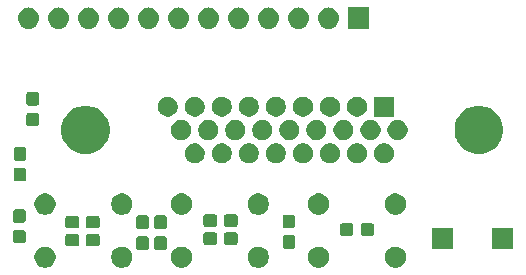
<source format=gbs>
G04 #@! TF.GenerationSoftware,KiCad,Pcbnew,(5.1.0-0)*
G04 #@! TF.CreationDate,2019-04-21T16:41:31+03:00*
G04 #@! TF.ProjectId,ovms-swcan-dongle,6f766d73-2d73-4776-9361-6e2d646f6e67,rev?*
G04 #@! TF.SameCoordinates,Original*
G04 #@! TF.FileFunction,Soldermask,Bot*
G04 #@! TF.FilePolarity,Negative*
%FSLAX46Y46*%
G04 Gerber Fmt 4.6, Leading zero omitted, Abs format (unit mm)*
G04 Created by KiCad (PCBNEW (5.1.0-0)) date 2019-04-21 16:41:31*
%MOMM*%
%LPD*%
G04 APERTURE LIST*
%ADD10C,0.100000*%
G04 APERTURE END LIST*
D10*
G36*
X46669312Y-34210927D02*
G01*
X46818612Y-34240624D01*
X46982584Y-34308544D01*
X47130154Y-34407147D01*
X47255653Y-34532646D01*
X47354256Y-34680216D01*
X47422176Y-34844188D01*
X47456800Y-35018259D01*
X47456800Y-35195741D01*
X47422176Y-35369812D01*
X47354256Y-35533784D01*
X47255653Y-35681354D01*
X47130154Y-35806853D01*
X46982584Y-35905456D01*
X46818612Y-35973376D01*
X46669312Y-36003073D01*
X46644542Y-36008000D01*
X46467058Y-36008000D01*
X46442288Y-36003073D01*
X46292988Y-35973376D01*
X46129016Y-35905456D01*
X45981446Y-35806853D01*
X45855947Y-35681354D01*
X45757344Y-35533784D01*
X45689424Y-35369812D01*
X45654800Y-35195741D01*
X45654800Y-35018259D01*
X45689424Y-34844188D01*
X45757344Y-34680216D01*
X45855947Y-34532646D01*
X45981446Y-34407147D01*
X46129016Y-34308544D01*
X46292988Y-34240624D01*
X46442288Y-34210927D01*
X46467058Y-34206000D01*
X46644542Y-34206000D01*
X46669312Y-34210927D01*
X46669312Y-34210927D01*
G37*
G36*
X40169312Y-34210927D02*
G01*
X40318612Y-34240624D01*
X40482584Y-34308544D01*
X40630154Y-34407147D01*
X40755653Y-34532646D01*
X40854256Y-34680216D01*
X40922176Y-34844188D01*
X40956800Y-35018259D01*
X40956800Y-35195741D01*
X40922176Y-35369812D01*
X40854256Y-35533784D01*
X40755653Y-35681354D01*
X40630154Y-35806853D01*
X40482584Y-35905456D01*
X40318612Y-35973376D01*
X40169312Y-36003073D01*
X40144542Y-36008000D01*
X39967058Y-36008000D01*
X39942288Y-36003073D01*
X39792988Y-35973376D01*
X39629016Y-35905456D01*
X39481446Y-35806853D01*
X39355947Y-35681354D01*
X39257344Y-35533784D01*
X39189424Y-35369812D01*
X39154800Y-35195741D01*
X39154800Y-35018259D01*
X39189424Y-34844188D01*
X39257344Y-34680216D01*
X39355947Y-34532646D01*
X39481446Y-34407147D01*
X39629016Y-34308544D01*
X39792988Y-34240624D01*
X39942288Y-34210927D01*
X39967058Y-34206000D01*
X40144542Y-34206000D01*
X40169312Y-34210927D01*
X40169312Y-34210927D01*
G37*
G36*
X35061512Y-34210927D02*
G01*
X35210812Y-34240624D01*
X35374784Y-34308544D01*
X35522354Y-34407147D01*
X35647853Y-34532646D01*
X35746456Y-34680216D01*
X35814376Y-34844188D01*
X35849000Y-35018259D01*
X35849000Y-35195741D01*
X35814376Y-35369812D01*
X35746456Y-35533784D01*
X35647853Y-35681354D01*
X35522354Y-35806853D01*
X35374784Y-35905456D01*
X35210812Y-35973376D01*
X35061512Y-36003073D01*
X35036742Y-36008000D01*
X34859258Y-36008000D01*
X34834488Y-36003073D01*
X34685188Y-35973376D01*
X34521216Y-35905456D01*
X34373646Y-35806853D01*
X34248147Y-35681354D01*
X34149544Y-35533784D01*
X34081624Y-35369812D01*
X34047000Y-35195741D01*
X34047000Y-35018259D01*
X34081624Y-34844188D01*
X34149544Y-34680216D01*
X34248147Y-34532646D01*
X34373646Y-34407147D01*
X34521216Y-34308544D01*
X34685188Y-34240624D01*
X34834488Y-34210927D01*
X34859258Y-34206000D01*
X35036742Y-34206000D01*
X35061512Y-34210927D01*
X35061512Y-34210927D01*
G37*
G36*
X28561512Y-34210927D02*
G01*
X28710812Y-34240624D01*
X28874784Y-34308544D01*
X29022354Y-34407147D01*
X29147853Y-34532646D01*
X29246456Y-34680216D01*
X29314376Y-34844188D01*
X29349000Y-35018259D01*
X29349000Y-35195741D01*
X29314376Y-35369812D01*
X29246456Y-35533784D01*
X29147853Y-35681354D01*
X29022354Y-35806853D01*
X28874784Y-35905456D01*
X28710812Y-35973376D01*
X28561512Y-36003073D01*
X28536742Y-36008000D01*
X28359258Y-36008000D01*
X28334488Y-36003073D01*
X28185188Y-35973376D01*
X28021216Y-35905456D01*
X27873646Y-35806853D01*
X27748147Y-35681354D01*
X27649544Y-35533784D01*
X27581624Y-35369812D01*
X27547000Y-35195741D01*
X27547000Y-35018259D01*
X27581624Y-34844188D01*
X27649544Y-34680216D01*
X27748147Y-34532646D01*
X27873646Y-34407147D01*
X28021216Y-34308544D01*
X28185188Y-34240624D01*
X28334488Y-34210927D01*
X28359258Y-34206000D01*
X28536742Y-34206000D01*
X28561512Y-34210927D01*
X28561512Y-34210927D01*
G37*
G36*
X23504512Y-34210927D02*
G01*
X23653812Y-34240624D01*
X23817784Y-34308544D01*
X23965354Y-34407147D01*
X24090853Y-34532646D01*
X24189456Y-34680216D01*
X24257376Y-34844188D01*
X24292000Y-35018259D01*
X24292000Y-35195741D01*
X24257376Y-35369812D01*
X24189456Y-35533784D01*
X24090853Y-35681354D01*
X23965354Y-35806853D01*
X23817784Y-35905456D01*
X23653812Y-35973376D01*
X23504512Y-36003073D01*
X23479742Y-36008000D01*
X23302258Y-36008000D01*
X23277488Y-36003073D01*
X23128188Y-35973376D01*
X22964216Y-35905456D01*
X22816646Y-35806853D01*
X22691147Y-35681354D01*
X22592544Y-35533784D01*
X22524624Y-35369812D01*
X22490000Y-35195741D01*
X22490000Y-35018259D01*
X22524624Y-34844188D01*
X22592544Y-34680216D01*
X22691147Y-34532646D01*
X22816646Y-34407147D01*
X22964216Y-34308544D01*
X23128188Y-34240624D01*
X23277488Y-34210927D01*
X23302258Y-34206000D01*
X23479742Y-34206000D01*
X23504512Y-34210927D01*
X23504512Y-34210927D01*
G37*
G36*
X17004512Y-34210927D02*
G01*
X17153812Y-34240624D01*
X17317784Y-34308544D01*
X17465354Y-34407147D01*
X17590853Y-34532646D01*
X17689456Y-34680216D01*
X17757376Y-34844188D01*
X17792000Y-35018259D01*
X17792000Y-35195741D01*
X17757376Y-35369812D01*
X17689456Y-35533784D01*
X17590853Y-35681354D01*
X17465354Y-35806853D01*
X17317784Y-35905456D01*
X17153812Y-35973376D01*
X17004512Y-36003073D01*
X16979742Y-36008000D01*
X16802258Y-36008000D01*
X16777488Y-36003073D01*
X16628188Y-35973376D01*
X16464216Y-35905456D01*
X16316646Y-35806853D01*
X16191147Y-35681354D01*
X16092544Y-35533784D01*
X16024624Y-35369812D01*
X15990000Y-35195741D01*
X15990000Y-35018259D01*
X16024624Y-34844188D01*
X16092544Y-34680216D01*
X16191147Y-34532646D01*
X16316646Y-34407147D01*
X16464216Y-34308544D01*
X16628188Y-34240624D01*
X16777488Y-34210927D01*
X16802258Y-34206000D01*
X16979742Y-34206000D01*
X17004512Y-34210927D01*
X17004512Y-34210927D01*
G37*
G36*
X25510499Y-33323445D02*
G01*
X25547995Y-33334820D01*
X25582554Y-33353292D01*
X25612847Y-33378153D01*
X25637708Y-33408446D01*
X25656180Y-33443005D01*
X25667555Y-33480501D01*
X25672000Y-33525638D01*
X25672000Y-34264362D01*
X25667555Y-34309499D01*
X25656180Y-34346995D01*
X25637708Y-34381554D01*
X25612847Y-34411847D01*
X25582554Y-34436708D01*
X25547995Y-34455180D01*
X25510499Y-34466555D01*
X25465362Y-34471000D01*
X24826638Y-34471000D01*
X24781501Y-34466555D01*
X24744005Y-34455180D01*
X24709446Y-34436708D01*
X24679153Y-34411847D01*
X24654292Y-34381554D01*
X24635820Y-34346995D01*
X24624445Y-34309499D01*
X24620000Y-34264362D01*
X24620000Y-33525638D01*
X24624445Y-33480501D01*
X24635820Y-33443005D01*
X24654292Y-33408446D01*
X24679153Y-33378153D01*
X24709446Y-33353292D01*
X24744005Y-33334820D01*
X24781501Y-33323445D01*
X24826638Y-33319000D01*
X25465362Y-33319000D01*
X25510499Y-33323445D01*
X25510499Y-33323445D01*
G37*
G36*
X27034499Y-33323445D02*
G01*
X27071995Y-33334820D01*
X27106554Y-33353292D01*
X27136847Y-33378153D01*
X27161708Y-33408446D01*
X27180180Y-33443005D01*
X27191555Y-33480501D01*
X27196000Y-33525638D01*
X27196000Y-34264362D01*
X27191555Y-34309499D01*
X27180180Y-34346995D01*
X27161708Y-34381554D01*
X27136847Y-34411847D01*
X27106554Y-34436708D01*
X27071995Y-34455180D01*
X27034499Y-34466555D01*
X26989362Y-34471000D01*
X26350638Y-34471000D01*
X26305501Y-34466555D01*
X26268005Y-34455180D01*
X26233446Y-34436708D01*
X26203153Y-34411847D01*
X26178292Y-34381554D01*
X26159820Y-34346995D01*
X26148445Y-34309499D01*
X26144000Y-34264362D01*
X26144000Y-33525638D01*
X26148445Y-33480501D01*
X26159820Y-33443005D01*
X26178292Y-33408446D01*
X26203153Y-33378153D01*
X26233446Y-33353292D01*
X26268005Y-33334820D01*
X26305501Y-33323445D01*
X26350638Y-33319000D01*
X26989362Y-33319000D01*
X27034499Y-33323445D01*
X27034499Y-33323445D01*
G37*
G36*
X56527000Y-34429000D02*
G01*
X54725000Y-34429000D01*
X54725000Y-32627000D01*
X56527000Y-32627000D01*
X56527000Y-34429000D01*
X56527000Y-34429000D01*
G37*
G36*
X51447000Y-34429000D02*
G01*
X49645000Y-34429000D01*
X49645000Y-32627000D01*
X51447000Y-32627000D01*
X51447000Y-34429000D01*
X51447000Y-34429000D01*
G37*
G36*
X37905699Y-33247245D02*
G01*
X37943195Y-33258620D01*
X37977754Y-33277092D01*
X38008047Y-33301953D01*
X38032908Y-33332246D01*
X38051380Y-33366805D01*
X38062755Y-33404301D01*
X38067200Y-33449438D01*
X38067200Y-34188162D01*
X38062755Y-34233299D01*
X38051380Y-34270795D01*
X38032908Y-34305354D01*
X38008047Y-34335647D01*
X37977754Y-34360508D01*
X37943195Y-34378980D01*
X37905699Y-34390355D01*
X37860562Y-34394800D01*
X37221838Y-34394800D01*
X37176701Y-34390355D01*
X37139205Y-34378980D01*
X37104646Y-34360508D01*
X37074353Y-34335647D01*
X37049492Y-34305354D01*
X37031020Y-34270795D01*
X37019645Y-34233299D01*
X37015200Y-34188162D01*
X37015200Y-33449438D01*
X37019645Y-33404301D01*
X37031020Y-33366805D01*
X37049492Y-33332246D01*
X37074353Y-33301953D01*
X37104646Y-33277092D01*
X37139205Y-33258620D01*
X37176701Y-33247245D01*
X37221838Y-33242800D01*
X37860562Y-33242800D01*
X37905699Y-33247245D01*
X37905699Y-33247245D01*
G37*
G36*
X19605499Y-33133445D02*
G01*
X19642995Y-33144820D01*
X19677554Y-33163292D01*
X19707847Y-33188153D01*
X19732708Y-33218446D01*
X19751180Y-33253005D01*
X19762555Y-33290501D01*
X19767000Y-33335638D01*
X19767000Y-33974362D01*
X19762555Y-34019499D01*
X19751180Y-34056995D01*
X19732708Y-34091554D01*
X19707847Y-34121847D01*
X19677554Y-34146708D01*
X19642995Y-34165180D01*
X19605499Y-34176555D01*
X19560362Y-34181000D01*
X18821638Y-34181000D01*
X18776501Y-34176555D01*
X18739005Y-34165180D01*
X18704446Y-34146708D01*
X18674153Y-34121847D01*
X18649292Y-34091554D01*
X18630820Y-34056995D01*
X18619445Y-34019499D01*
X18615000Y-33974362D01*
X18615000Y-33335638D01*
X18619445Y-33290501D01*
X18630820Y-33253005D01*
X18649292Y-33218446D01*
X18674153Y-33188153D01*
X18704446Y-33163292D01*
X18739005Y-33144820D01*
X18776501Y-33133445D01*
X18821638Y-33129000D01*
X19560362Y-33129000D01*
X19605499Y-33133445D01*
X19605499Y-33133445D01*
G37*
G36*
X21355499Y-33133445D02*
G01*
X21392995Y-33144820D01*
X21427554Y-33163292D01*
X21457847Y-33188153D01*
X21482708Y-33218446D01*
X21501180Y-33253005D01*
X21512555Y-33290501D01*
X21517000Y-33335638D01*
X21517000Y-33974362D01*
X21512555Y-34019499D01*
X21501180Y-34056995D01*
X21482708Y-34091554D01*
X21457847Y-34121847D01*
X21427554Y-34146708D01*
X21392995Y-34165180D01*
X21355499Y-34176555D01*
X21310362Y-34181000D01*
X20571638Y-34181000D01*
X20526501Y-34176555D01*
X20489005Y-34165180D01*
X20454446Y-34146708D01*
X20424153Y-34121847D01*
X20399292Y-34091554D01*
X20380820Y-34056995D01*
X20369445Y-34019499D01*
X20365000Y-33974362D01*
X20365000Y-33335638D01*
X20369445Y-33290501D01*
X20380820Y-33253005D01*
X20399292Y-33218446D01*
X20424153Y-33188153D01*
X20454446Y-33163292D01*
X20489005Y-33144820D01*
X20526501Y-33133445D01*
X20571638Y-33129000D01*
X21310362Y-33129000D01*
X21355499Y-33133445D01*
X21355499Y-33133445D01*
G37*
G36*
X33039499Y-33006445D02*
G01*
X33076995Y-33017820D01*
X33111554Y-33036292D01*
X33141847Y-33061153D01*
X33166708Y-33091446D01*
X33185180Y-33126005D01*
X33196555Y-33163501D01*
X33201000Y-33208638D01*
X33201000Y-33847362D01*
X33196555Y-33892499D01*
X33185180Y-33929995D01*
X33166708Y-33964554D01*
X33141847Y-33994847D01*
X33111554Y-34019708D01*
X33076995Y-34038180D01*
X33039499Y-34049555D01*
X32994362Y-34054000D01*
X32255638Y-34054000D01*
X32210501Y-34049555D01*
X32173005Y-34038180D01*
X32138446Y-34019708D01*
X32108153Y-33994847D01*
X32083292Y-33964554D01*
X32064820Y-33929995D01*
X32053445Y-33892499D01*
X32049000Y-33847362D01*
X32049000Y-33208638D01*
X32053445Y-33163501D01*
X32064820Y-33126005D01*
X32083292Y-33091446D01*
X32108153Y-33061153D01*
X32138446Y-33036292D01*
X32173005Y-33017820D01*
X32210501Y-33006445D01*
X32255638Y-33002000D01*
X32994362Y-33002000D01*
X33039499Y-33006445D01*
X33039499Y-33006445D01*
G37*
G36*
X31289499Y-33006445D02*
G01*
X31326995Y-33017820D01*
X31361554Y-33036292D01*
X31391847Y-33061153D01*
X31416708Y-33091446D01*
X31435180Y-33126005D01*
X31446555Y-33163501D01*
X31451000Y-33208638D01*
X31451000Y-33847362D01*
X31446555Y-33892499D01*
X31435180Y-33929995D01*
X31416708Y-33964554D01*
X31391847Y-33994847D01*
X31361554Y-34019708D01*
X31326995Y-34038180D01*
X31289499Y-34049555D01*
X31244362Y-34054000D01*
X30505638Y-34054000D01*
X30460501Y-34049555D01*
X30423005Y-34038180D01*
X30388446Y-34019708D01*
X30358153Y-33994847D01*
X30333292Y-33964554D01*
X30314820Y-33929995D01*
X30303445Y-33892499D01*
X30299000Y-33847362D01*
X30299000Y-33208638D01*
X30303445Y-33163501D01*
X30314820Y-33126005D01*
X30333292Y-33091446D01*
X30358153Y-33061153D01*
X30388446Y-33036292D01*
X30423005Y-33017820D01*
X30460501Y-33006445D01*
X30505638Y-33002000D01*
X31244362Y-33002000D01*
X31289499Y-33006445D01*
X31289499Y-33006445D01*
G37*
G36*
X15083799Y-32790045D02*
G01*
X15121295Y-32801420D01*
X15155854Y-32819892D01*
X15186147Y-32844753D01*
X15211008Y-32875046D01*
X15229480Y-32909605D01*
X15240855Y-32947101D01*
X15245300Y-32992238D01*
X15245300Y-33730962D01*
X15240855Y-33776099D01*
X15229480Y-33813595D01*
X15211008Y-33848154D01*
X15186147Y-33878447D01*
X15155854Y-33903308D01*
X15121295Y-33921780D01*
X15083799Y-33933155D01*
X15038662Y-33937600D01*
X14399938Y-33937600D01*
X14354801Y-33933155D01*
X14317305Y-33921780D01*
X14282746Y-33903308D01*
X14252453Y-33878447D01*
X14227592Y-33848154D01*
X14209120Y-33813595D01*
X14197745Y-33776099D01*
X14193300Y-33730962D01*
X14193300Y-32992238D01*
X14197745Y-32947101D01*
X14209120Y-32909605D01*
X14227592Y-32875046D01*
X14252453Y-32844753D01*
X14282746Y-32819892D01*
X14317305Y-32801420D01*
X14354801Y-32790045D01*
X14399938Y-32785600D01*
X15038662Y-32785600D01*
X15083799Y-32790045D01*
X15083799Y-32790045D01*
G37*
G36*
X42846499Y-32244445D02*
G01*
X42883995Y-32255820D01*
X42918554Y-32274292D01*
X42948847Y-32299153D01*
X42973708Y-32329446D01*
X42992180Y-32364005D01*
X43003555Y-32401501D01*
X43008000Y-32446638D01*
X43008000Y-33085362D01*
X43003555Y-33130499D01*
X42992180Y-33167995D01*
X42973708Y-33202554D01*
X42948847Y-33232847D01*
X42918554Y-33257708D01*
X42883995Y-33276180D01*
X42846499Y-33287555D01*
X42801362Y-33292000D01*
X42062638Y-33292000D01*
X42017501Y-33287555D01*
X41980005Y-33276180D01*
X41945446Y-33257708D01*
X41915153Y-33232847D01*
X41890292Y-33202554D01*
X41871820Y-33167995D01*
X41860445Y-33130499D01*
X41856000Y-33085362D01*
X41856000Y-32446638D01*
X41860445Y-32401501D01*
X41871820Y-32364005D01*
X41890292Y-32329446D01*
X41915153Y-32299153D01*
X41945446Y-32274292D01*
X41980005Y-32255820D01*
X42017501Y-32244445D01*
X42062638Y-32240000D01*
X42801362Y-32240000D01*
X42846499Y-32244445D01*
X42846499Y-32244445D01*
G37*
G36*
X44596499Y-32244445D02*
G01*
X44633995Y-32255820D01*
X44668554Y-32274292D01*
X44698847Y-32299153D01*
X44723708Y-32329446D01*
X44742180Y-32364005D01*
X44753555Y-32401501D01*
X44758000Y-32446638D01*
X44758000Y-33085362D01*
X44753555Y-33130499D01*
X44742180Y-33167995D01*
X44723708Y-33202554D01*
X44698847Y-33232847D01*
X44668554Y-33257708D01*
X44633995Y-33276180D01*
X44596499Y-33287555D01*
X44551362Y-33292000D01*
X43812638Y-33292000D01*
X43767501Y-33287555D01*
X43730005Y-33276180D01*
X43695446Y-33257708D01*
X43665153Y-33232847D01*
X43640292Y-33202554D01*
X43621820Y-33167995D01*
X43610445Y-33130499D01*
X43606000Y-33085362D01*
X43606000Y-32446638D01*
X43610445Y-32401501D01*
X43621820Y-32364005D01*
X43640292Y-32329446D01*
X43665153Y-32299153D01*
X43695446Y-32274292D01*
X43730005Y-32255820D01*
X43767501Y-32244445D01*
X43812638Y-32240000D01*
X44551362Y-32240000D01*
X44596499Y-32244445D01*
X44596499Y-32244445D01*
G37*
G36*
X25510499Y-31573445D02*
G01*
X25547995Y-31584820D01*
X25582554Y-31603292D01*
X25612847Y-31628153D01*
X25637708Y-31658446D01*
X25656180Y-31693005D01*
X25667555Y-31730501D01*
X25672000Y-31775638D01*
X25672000Y-32514362D01*
X25667555Y-32559499D01*
X25656180Y-32596995D01*
X25637708Y-32631554D01*
X25612847Y-32661847D01*
X25582554Y-32686708D01*
X25547995Y-32705180D01*
X25510499Y-32716555D01*
X25465362Y-32721000D01*
X24826638Y-32721000D01*
X24781501Y-32716555D01*
X24744005Y-32705180D01*
X24709446Y-32686708D01*
X24679153Y-32661847D01*
X24654292Y-32631554D01*
X24635820Y-32596995D01*
X24624445Y-32559499D01*
X24620000Y-32514362D01*
X24620000Y-31775638D01*
X24624445Y-31730501D01*
X24635820Y-31693005D01*
X24654292Y-31658446D01*
X24679153Y-31628153D01*
X24709446Y-31603292D01*
X24744005Y-31584820D01*
X24781501Y-31573445D01*
X24826638Y-31569000D01*
X25465362Y-31569000D01*
X25510499Y-31573445D01*
X25510499Y-31573445D01*
G37*
G36*
X27034499Y-31573445D02*
G01*
X27071995Y-31584820D01*
X27106554Y-31603292D01*
X27136847Y-31628153D01*
X27161708Y-31658446D01*
X27180180Y-31693005D01*
X27191555Y-31730501D01*
X27196000Y-31775638D01*
X27196000Y-32514362D01*
X27191555Y-32559499D01*
X27180180Y-32596995D01*
X27161708Y-32631554D01*
X27136847Y-32661847D01*
X27106554Y-32686708D01*
X27071995Y-32705180D01*
X27034499Y-32716555D01*
X26989362Y-32721000D01*
X26350638Y-32721000D01*
X26305501Y-32716555D01*
X26268005Y-32705180D01*
X26233446Y-32686708D01*
X26203153Y-32661847D01*
X26178292Y-32631554D01*
X26159820Y-32596995D01*
X26148445Y-32559499D01*
X26144000Y-32514362D01*
X26144000Y-31775638D01*
X26148445Y-31730501D01*
X26159820Y-31693005D01*
X26178292Y-31658446D01*
X26203153Y-31628153D01*
X26233446Y-31603292D01*
X26268005Y-31584820D01*
X26305501Y-31573445D01*
X26350638Y-31569000D01*
X26989362Y-31569000D01*
X27034499Y-31573445D01*
X27034499Y-31573445D01*
G37*
G36*
X19605499Y-31609445D02*
G01*
X19642995Y-31620820D01*
X19677554Y-31639292D01*
X19707847Y-31664153D01*
X19732708Y-31694446D01*
X19751180Y-31729005D01*
X19762555Y-31766501D01*
X19767000Y-31811638D01*
X19767000Y-32450362D01*
X19762555Y-32495499D01*
X19751180Y-32532995D01*
X19732708Y-32567554D01*
X19707847Y-32597847D01*
X19677554Y-32622708D01*
X19642995Y-32641180D01*
X19605499Y-32652555D01*
X19560362Y-32657000D01*
X18821638Y-32657000D01*
X18776501Y-32652555D01*
X18739005Y-32641180D01*
X18704446Y-32622708D01*
X18674153Y-32597847D01*
X18649292Y-32567554D01*
X18630820Y-32532995D01*
X18619445Y-32495499D01*
X18615000Y-32450362D01*
X18615000Y-31811638D01*
X18619445Y-31766501D01*
X18630820Y-31729005D01*
X18649292Y-31694446D01*
X18674153Y-31664153D01*
X18704446Y-31639292D01*
X18739005Y-31620820D01*
X18776501Y-31609445D01*
X18821638Y-31605000D01*
X19560362Y-31605000D01*
X19605499Y-31609445D01*
X19605499Y-31609445D01*
G37*
G36*
X21355499Y-31609445D02*
G01*
X21392995Y-31620820D01*
X21427554Y-31639292D01*
X21457847Y-31664153D01*
X21482708Y-31694446D01*
X21501180Y-31729005D01*
X21512555Y-31766501D01*
X21517000Y-31811638D01*
X21517000Y-32450362D01*
X21512555Y-32495499D01*
X21501180Y-32532995D01*
X21482708Y-32567554D01*
X21457847Y-32597847D01*
X21427554Y-32622708D01*
X21392995Y-32641180D01*
X21355499Y-32652555D01*
X21310362Y-32657000D01*
X20571638Y-32657000D01*
X20526501Y-32652555D01*
X20489005Y-32641180D01*
X20454446Y-32622708D01*
X20424153Y-32597847D01*
X20399292Y-32567554D01*
X20380820Y-32532995D01*
X20369445Y-32495499D01*
X20365000Y-32450362D01*
X20365000Y-31811638D01*
X20369445Y-31766501D01*
X20380820Y-31729005D01*
X20399292Y-31694446D01*
X20424153Y-31664153D01*
X20454446Y-31639292D01*
X20489005Y-31620820D01*
X20526501Y-31609445D01*
X20571638Y-31605000D01*
X21310362Y-31605000D01*
X21355499Y-31609445D01*
X21355499Y-31609445D01*
G37*
G36*
X37905699Y-31497245D02*
G01*
X37943195Y-31508620D01*
X37977754Y-31527092D01*
X38008047Y-31551953D01*
X38032908Y-31582246D01*
X38051380Y-31616805D01*
X38062755Y-31654301D01*
X38067200Y-31699438D01*
X38067200Y-32438162D01*
X38062755Y-32483299D01*
X38051380Y-32520795D01*
X38032908Y-32555354D01*
X38008047Y-32585647D01*
X37977754Y-32610508D01*
X37943195Y-32628980D01*
X37905699Y-32640355D01*
X37860562Y-32644800D01*
X37221838Y-32644800D01*
X37176701Y-32640355D01*
X37139205Y-32628980D01*
X37104646Y-32610508D01*
X37074353Y-32585647D01*
X37049492Y-32555354D01*
X37031020Y-32520795D01*
X37019645Y-32483299D01*
X37015200Y-32438162D01*
X37015200Y-31699438D01*
X37019645Y-31654301D01*
X37031020Y-31616805D01*
X37049492Y-31582246D01*
X37074353Y-31551953D01*
X37104646Y-31527092D01*
X37139205Y-31508620D01*
X37176701Y-31497245D01*
X37221838Y-31492800D01*
X37860562Y-31492800D01*
X37905699Y-31497245D01*
X37905699Y-31497245D01*
G37*
G36*
X33039499Y-31482445D02*
G01*
X33076995Y-31493820D01*
X33111554Y-31512292D01*
X33141847Y-31537153D01*
X33166708Y-31567446D01*
X33185180Y-31602005D01*
X33196555Y-31639501D01*
X33201000Y-31684638D01*
X33201000Y-32323362D01*
X33196555Y-32368499D01*
X33185180Y-32405995D01*
X33166708Y-32440554D01*
X33141847Y-32470847D01*
X33111554Y-32495708D01*
X33076995Y-32514180D01*
X33039499Y-32525555D01*
X32994362Y-32530000D01*
X32255638Y-32530000D01*
X32210501Y-32525555D01*
X32173005Y-32514180D01*
X32138446Y-32495708D01*
X32108153Y-32470847D01*
X32083292Y-32440554D01*
X32064820Y-32405995D01*
X32053445Y-32368499D01*
X32049000Y-32323362D01*
X32049000Y-31684638D01*
X32053445Y-31639501D01*
X32064820Y-31602005D01*
X32083292Y-31567446D01*
X32108153Y-31537153D01*
X32138446Y-31512292D01*
X32173005Y-31493820D01*
X32210501Y-31482445D01*
X32255638Y-31478000D01*
X32994362Y-31478000D01*
X33039499Y-31482445D01*
X33039499Y-31482445D01*
G37*
G36*
X31289499Y-31482445D02*
G01*
X31326995Y-31493820D01*
X31361554Y-31512292D01*
X31391847Y-31537153D01*
X31416708Y-31567446D01*
X31435180Y-31602005D01*
X31446555Y-31639501D01*
X31451000Y-31684638D01*
X31451000Y-32323362D01*
X31446555Y-32368499D01*
X31435180Y-32405995D01*
X31416708Y-32440554D01*
X31391847Y-32470847D01*
X31361554Y-32495708D01*
X31326995Y-32514180D01*
X31289499Y-32525555D01*
X31244362Y-32530000D01*
X30505638Y-32530000D01*
X30460501Y-32525555D01*
X30423005Y-32514180D01*
X30388446Y-32495708D01*
X30358153Y-32470847D01*
X30333292Y-32440554D01*
X30314820Y-32405995D01*
X30303445Y-32368499D01*
X30299000Y-32323362D01*
X30299000Y-31684638D01*
X30303445Y-31639501D01*
X30314820Y-31602005D01*
X30333292Y-31567446D01*
X30358153Y-31537153D01*
X30388446Y-31512292D01*
X30423005Y-31493820D01*
X30460501Y-31482445D01*
X30505638Y-31478000D01*
X31244362Y-31478000D01*
X31289499Y-31482445D01*
X31289499Y-31482445D01*
G37*
G36*
X15083799Y-31040045D02*
G01*
X15121295Y-31051420D01*
X15155854Y-31069892D01*
X15186147Y-31094753D01*
X15211008Y-31125046D01*
X15229480Y-31159605D01*
X15240855Y-31197101D01*
X15245300Y-31242238D01*
X15245300Y-31980962D01*
X15240855Y-32026099D01*
X15229480Y-32063595D01*
X15211008Y-32098154D01*
X15186147Y-32128447D01*
X15155854Y-32153308D01*
X15121295Y-32171780D01*
X15083799Y-32183155D01*
X15038662Y-32187600D01*
X14399938Y-32187600D01*
X14354801Y-32183155D01*
X14317305Y-32171780D01*
X14282746Y-32153308D01*
X14252453Y-32128447D01*
X14227592Y-32098154D01*
X14209120Y-32063595D01*
X14197745Y-32026099D01*
X14193300Y-31980962D01*
X14193300Y-31242238D01*
X14197745Y-31197101D01*
X14209120Y-31159605D01*
X14227592Y-31125046D01*
X14252453Y-31094753D01*
X14282746Y-31069892D01*
X14317305Y-31051420D01*
X14354801Y-31040045D01*
X14399938Y-31035600D01*
X15038662Y-31035600D01*
X15083799Y-31040045D01*
X15083799Y-31040045D01*
G37*
G36*
X40169312Y-29710927D02*
G01*
X40318612Y-29740624D01*
X40482584Y-29808544D01*
X40630154Y-29907147D01*
X40755653Y-30032646D01*
X40854256Y-30180216D01*
X40922176Y-30344188D01*
X40956800Y-30518259D01*
X40956800Y-30695741D01*
X40922176Y-30869812D01*
X40854256Y-31033784D01*
X40755653Y-31181354D01*
X40630154Y-31306853D01*
X40482584Y-31405456D01*
X40318612Y-31473376D01*
X40169312Y-31503073D01*
X40144542Y-31508000D01*
X39967058Y-31508000D01*
X39942288Y-31503073D01*
X39792988Y-31473376D01*
X39629016Y-31405456D01*
X39481446Y-31306853D01*
X39355947Y-31181354D01*
X39257344Y-31033784D01*
X39189424Y-30869812D01*
X39154800Y-30695741D01*
X39154800Y-30518259D01*
X39189424Y-30344188D01*
X39257344Y-30180216D01*
X39355947Y-30032646D01*
X39481446Y-29907147D01*
X39629016Y-29808544D01*
X39792988Y-29740624D01*
X39942288Y-29710927D01*
X39967058Y-29706000D01*
X40144542Y-29706000D01*
X40169312Y-29710927D01*
X40169312Y-29710927D01*
G37*
G36*
X17004512Y-29710927D02*
G01*
X17153812Y-29740624D01*
X17317784Y-29808544D01*
X17465354Y-29907147D01*
X17590853Y-30032646D01*
X17689456Y-30180216D01*
X17757376Y-30344188D01*
X17792000Y-30518259D01*
X17792000Y-30695741D01*
X17757376Y-30869812D01*
X17689456Y-31033784D01*
X17590853Y-31181354D01*
X17465354Y-31306853D01*
X17317784Y-31405456D01*
X17153812Y-31473376D01*
X17004512Y-31503073D01*
X16979742Y-31508000D01*
X16802258Y-31508000D01*
X16777488Y-31503073D01*
X16628188Y-31473376D01*
X16464216Y-31405456D01*
X16316646Y-31306853D01*
X16191147Y-31181354D01*
X16092544Y-31033784D01*
X16024624Y-30869812D01*
X15990000Y-30695741D01*
X15990000Y-30518259D01*
X16024624Y-30344188D01*
X16092544Y-30180216D01*
X16191147Y-30032646D01*
X16316646Y-29907147D01*
X16464216Y-29808544D01*
X16628188Y-29740624D01*
X16777488Y-29710927D01*
X16802258Y-29706000D01*
X16979742Y-29706000D01*
X17004512Y-29710927D01*
X17004512Y-29710927D01*
G37*
G36*
X23504512Y-29710927D02*
G01*
X23653812Y-29740624D01*
X23817784Y-29808544D01*
X23965354Y-29907147D01*
X24090853Y-30032646D01*
X24189456Y-30180216D01*
X24257376Y-30344188D01*
X24292000Y-30518259D01*
X24292000Y-30695741D01*
X24257376Y-30869812D01*
X24189456Y-31033784D01*
X24090853Y-31181354D01*
X23965354Y-31306853D01*
X23817784Y-31405456D01*
X23653812Y-31473376D01*
X23504512Y-31503073D01*
X23479742Y-31508000D01*
X23302258Y-31508000D01*
X23277488Y-31503073D01*
X23128188Y-31473376D01*
X22964216Y-31405456D01*
X22816646Y-31306853D01*
X22691147Y-31181354D01*
X22592544Y-31033784D01*
X22524624Y-30869812D01*
X22490000Y-30695741D01*
X22490000Y-30518259D01*
X22524624Y-30344188D01*
X22592544Y-30180216D01*
X22691147Y-30032646D01*
X22816646Y-29907147D01*
X22964216Y-29808544D01*
X23128188Y-29740624D01*
X23277488Y-29710927D01*
X23302258Y-29706000D01*
X23479742Y-29706000D01*
X23504512Y-29710927D01*
X23504512Y-29710927D01*
G37*
G36*
X28561512Y-29710927D02*
G01*
X28710812Y-29740624D01*
X28874784Y-29808544D01*
X29022354Y-29907147D01*
X29147853Y-30032646D01*
X29246456Y-30180216D01*
X29314376Y-30344188D01*
X29349000Y-30518259D01*
X29349000Y-30695741D01*
X29314376Y-30869812D01*
X29246456Y-31033784D01*
X29147853Y-31181354D01*
X29022354Y-31306853D01*
X28874784Y-31405456D01*
X28710812Y-31473376D01*
X28561512Y-31503073D01*
X28536742Y-31508000D01*
X28359258Y-31508000D01*
X28334488Y-31503073D01*
X28185188Y-31473376D01*
X28021216Y-31405456D01*
X27873646Y-31306853D01*
X27748147Y-31181354D01*
X27649544Y-31033784D01*
X27581624Y-30869812D01*
X27547000Y-30695741D01*
X27547000Y-30518259D01*
X27581624Y-30344188D01*
X27649544Y-30180216D01*
X27748147Y-30032646D01*
X27873646Y-29907147D01*
X28021216Y-29808544D01*
X28185188Y-29740624D01*
X28334488Y-29710927D01*
X28359258Y-29706000D01*
X28536742Y-29706000D01*
X28561512Y-29710927D01*
X28561512Y-29710927D01*
G37*
G36*
X35061512Y-29710927D02*
G01*
X35210812Y-29740624D01*
X35374784Y-29808544D01*
X35522354Y-29907147D01*
X35647853Y-30032646D01*
X35746456Y-30180216D01*
X35814376Y-30344188D01*
X35849000Y-30518259D01*
X35849000Y-30695741D01*
X35814376Y-30869812D01*
X35746456Y-31033784D01*
X35647853Y-31181354D01*
X35522354Y-31306853D01*
X35374784Y-31405456D01*
X35210812Y-31473376D01*
X35061512Y-31503073D01*
X35036742Y-31508000D01*
X34859258Y-31508000D01*
X34834488Y-31503073D01*
X34685188Y-31473376D01*
X34521216Y-31405456D01*
X34373646Y-31306853D01*
X34248147Y-31181354D01*
X34149544Y-31033784D01*
X34081624Y-30869812D01*
X34047000Y-30695741D01*
X34047000Y-30518259D01*
X34081624Y-30344188D01*
X34149544Y-30180216D01*
X34248147Y-30032646D01*
X34373646Y-29907147D01*
X34521216Y-29808544D01*
X34685188Y-29740624D01*
X34834488Y-29710927D01*
X34859258Y-29706000D01*
X35036742Y-29706000D01*
X35061512Y-29710927D01*
X35061512Y-29710927D01*
G37*
G36*
X46669312Y-29710927D02*
G01*
X46818612Y-29740624D01*
X46982584Y-29808544D01*
X47130154Y-29907147D01*
X47255653Y-30032646D01*
X47354256Y-30180216D01*
X47422176Y-30344188D01*
X47456800Y-30518259D01*
X47456800Y-30695741D01*
X47422176Y-30869812D01*
X47354256Y-31033784D01*
X47255653Y-31181354D01*
X47130154Y-31306853D01*
X46982584Y-31405456D01*
X46818612Y-31473376D01*
X46669312Y-31503073D01*
X46644542Y-31508000D01*
X46467058Y-31508000D01*
X46442288Y-31503073D01*
X46292988Y-31473376D01*
X46129016Y-31405456D01*
X45981446Y-31306853D01*
X45855947Y-31181354D01*
X45757344Y-31033784D01*
X45689424Y-30869812D01*
X45654800Y-30695741D01*
X45654800Y-30518259D01*
X45689424Y-30344188D01*
X45757344Y-30180216D01*
X45855947Y-30032646D01*
X45981446Y-29907147D01*
X46129016Y-29808544D01*
X46292988Y-29740624D01*
X46442288Y-29710927D01*
X46467058Y-29706000D01*
X46644542Y-29706000D01*
X46669312Y-29710927D01*
X46669312Y-29710927D01*
G37*
G36*
X15121899Y-27532245D02*
G01*
X15159395Y-27543620D01*
X15193954Y-27562092D01*
X15224247Y-27586953D01*
X15249108Y-27617246D01*
X15267580Y-27651805D01*
X15278955Y-27689301D01*
X15283400Y-27734438D01*
X15283400Y-28473162D01*
X15278955Y-28518299D01*
X15267580Y-28555795D01*
X15249108Y-28590354D01*
X15224247Y-28620647D01*
X15193954Y-28645508D01*
X15159395Y-28663980D01*
X15121899Y-28675355D01*
X15076762Y-28679800D01*
X14438038Y-28679800D01*
X14392901Y-28675355D01*
X14355405Y-28663980D01*
X14320846Y-28645508D01*
X14290553Y-28620647D01*
X14265692Y-28590354D01*
X14247220Y-28555795D01*
X14235845Y-28518299D01*
X14231400Y-28473162D01*
X14231400Y-27734438D01*
X14235845Y-27689301D01*
X14247220Y-27651805D01*
X14265692Y-27617246D01*
X14290553Y-27586953D01*
X14320846Y-27562092D01*
X14355405Y-27543620D01*
X14392901Y-27532245D01*
X14438038Y-27527800D01*
X15076762Y-27527800D01*
X15121899Y-27532245D01*
X15121899Y-27532245D01*
G37*
G36*
X29811228Y-25493703D02*
G01*
X29966100Y-25557853D01*
X30105481Y-25650985D01*
X30224015Y-25769519D01*
X30317147Y-25908900D01*
X30381297Y-26063772D01*
X30414000Y-26228184D01*
X30414000Y-26395816D01*
X30381297Y-26560228D01*
X30317147Y-26715100D01*
X30224015Y-26854481D01*
X30105481Y-26973015D01*
X29966100Y-27066147D01*
X29811228Y-27130297D01*
X29646816Y-27163000D01*
X29479184Y-27163000D01*
X29314772Y-27130297D01*
X29159900Y-27066147D01*
X29020519Y-26973015D01*
X28901985Y-26854481D01*
X28808853Y-26715100D01*
X28744703Y-26560228D01*
X28712000Y-26395816D01*
X28712000Y-26228184D01*
X28744703Y-26063772D01*
X28808853Y-25908900D01*
X28901985Y-25769519D01*
X29020519Y-25650985D01*
X29159900Y-25557853D01*
X29314772Y-25493703D01*
X29479184Y-25461000D01*
X29646816Y-25461000D01*
X29811228Y-25493703D01*
X29811228Y-25493703D01*
G37*
G36*
X32101228Y-25493703D02*
G01*
X32256100Y-25557853D01*
X32395481Y-25650985D01*
X32514015Y-25769519D01*
X32607147Y-25908900D01*
X32671297Y-26063772D01*
X32704000Y-26228184D01*
X32704000Y-26395816D01*
X32671297Y-26560228D01*
X32607147Y-26715100D01*
X32514015Y-26854481D01*
X32395481Y-26973015D01*
X32256100Y-27066147D01*
X32101228Y-27130297D01*
X31936816Y-27163000D01*
X31769184Y-27163000D01*
X31604772Y-27130297D01*
X31449900Y-27066147D01*
X31310519Y-26973015D01*
X31191985Y-26854481D01*
X31098853Y-26715100D01*
X31034703Y-26560228D01*
X31002000Y-26395816D01*
X31002000Y-26228184D01*
X31034703Y-26063772D01*
X31098853Y-25908900D01*
X31191985Y-25769519D01*
X31310519Y-25650985D01*
X31449900Y-25557853D01*
X31604772Y-25493703D01*
X31769184Y-25461000D01*
X31936816Y-25461000D01*
X32101228Y-25493703D01*
X32101228Y-25493703D01*
G37*
G36*
X34391228Y-25493703D02*
G01*
X34546100Y-25557853D01*
X34685481Y-25650985D01*
X34804015Y-25769519D01*
X34897147Y-25908900D01*
X34961297Y-26063772D01*
X34994000Y-26228184D01*
X34994000Y-26395816D01*
X34961297Y-26560228D01*
X34897147Y-26715100D01*
X34804015Y-26854481D01*
X34685481Y-26973015D01*
X34546100Y-27066147D01*
X34391228Y-27130297D01*
X34226816Y-27163000D01*
X34059184Y-27163000D01*
X33894772Y-27130297D01*
X33739900Y-27066147D01*
X33600519Y-26973015D01*
X33481985Y-26854481D01*
X33388853Y-26715100D01*
X33324703Y-26560228D01*
X33292000Y-26395816D01*
X33292000Y-26228184D01*
X33324703Y-26063772D01*
X33388853Y-25908900D01*
X33481985Y-25769519D01*
X33600519Y-25650985D01*
X33739900Y-25557853D01*
X33894772Y-25493703D01*
X34059184Y-25461000D01*
X34226816Y-25461000D01*
X34391228Y-25493703D01*
X34391228Y-25493703D01*
G37*
G36*
X36681228Y-25493703D02*
G01*
X36836100Y-25557853D01*
X36975481Y-25650985D01*
X37094015Y-25769519D01*
X37187147Y-25908900D01*
X37251297Y-26063772D01*
X37284000Y-26228184D01*
X37284000Y-26395816D01*
X37251297Y-26560228D01*
X37187147Y-26715100D01*
X37094015Y-26854481D01*
X36975481Y-26973015D01*
X36836100Y-27066147D01*
X36681228Y-27130297D01*
X36516816Y-27163000D01*
X36349184Y-27163000D01*
X36184772Y-27130297D01*
X36029900Y-27066147D01*
X35890519Y-26973015D01*
X35771985Y-26854481D01*
X35678853Y-26715100D01*
X35614703Y-26560228D01*
X35582000Y-26395816D01*
X35582000Y-26228184D01*
X35614703Y-26063772D01*
X35678853Y-25908900D01*
X35771985Y-25769519D01*
X35890519Y-25650985D01*
X36029900Y-25557853D01*
X36184772Y-25493703D01*
X36349184Y-25461000D01*
X36516816Y-25461000D01*
X36681228Y-25493703D01*
X36681228Y-25493703D01*
G37*
G36*
X38971228Y-25493703D02*
G01*
X39126100Y-25557853D01*
X39265481Y-25650985D01*
X39384015Y-25769519D01*
X39477147Y-25908900D01*
X39541297Y-26063772D01*
X39574000Y-26228184D01*
X39574000Y-26395816D01*
X39541297Y-26560228D01*
X39477147Y-26715100D01*
X39384015Y-26854481D01*
X39265481Y-26973015D01*
X39126100Y-27066147D01*
X38971228Y-27130297D01*
X38806816Y-27163000D01*
X38639184Y-27163000D01*
X38474772Y-27130297D01*
X38319900Y-27066147D01*
X38180519Y-26973015D01*
X38061985Y-26854481D01*
X37968853Y-26715100D01*
X37904703Y-26560228D01*
X37872000Y-26395816D01*
X37872000Y-26228184D01*
X37904703Y-26063772D01*
X37968853Y-25908900D01*
X38061985Y-25769519D01*
X38180519Y-25650985D01*
X38319900Y-25557853D01*
X38474772Y-25493703D01*
X38639184Y-25461000D01*
X38806816Y-25461000D01*
X38971228Y-25493703D01*
X38971228Y-25493703D01*
G37*
G36*
X41261228Y-25493703D02*
G01*
X41416100Y-25557853D01*
X41555481Y-25650985D01*
X41674015Y-25769519D01*
X41767147Y-25908900D01*
X41831297Y-26063772D01*
X41864000Y-26228184D01*
X41864000Y-26395816D01*
X41831297Y-26560228D01*
X41767147Y-26715100D01*
X41674015Y-26854481D01*
X41555481Y-26973015D01*
X41416100Y-27066147D01*
X41261228Y-27130297D01*
X41096816Y-27163000D01*
X40929184Y-27163000D01*
X40764772Y-27130297D01*
X40609900Y-27066147D01*
X40470519Y-26973015D01*
X40351985Y-26854481D01*
X40258853Y-26715100D01*
X40194703Y-26560228D01*
X40162000Y-26395816D01*
X40162000Y-26228184D01*
X40194703Y-26063772D01*
X40258853Y-25908900D01*
X40351985Y-25769519D01*
X40470519Y-25650985D01*
X40609900Y-25557853D01*
X40764772Y-25493703D01*
X40929184Y-25461000D01*
X41096816Y-25461000D01*
X41261228Y-25493703D01*
X41261228Y-25493703D01*
G37*
G36*
X43551228Y-25493703D02*
G01*
X43706100Y-25557853D01*
X43845481Y-25650985D01*
X43964015Y-25769519D01*
X44057147Y-25908900D01*
X44121297Y-26063772D01*
X44154000Y-26228184D01*
X44154000Y-26395816D01*
X44121297Y-26560228D01*
X44057147Y-26715100D01*
X43964015Y-26854481D01*
X43845481Y-26973015D01*
X43706100Y-27066147D01*
X43551228Y-27130297D01*
X43386816Y-27163000D01*
X43219184Y-27163000D01*
X43054772Y-27130297D01*
X42899900Y-27066147D01*
X42760519Y-26973015D01*
X42641985Y-26854481D01*
X42548853Y-26715100D01*
X42484703Y-26560228D01*
X42452000Y-26395816D01*
X42452000Y-26228184D01*
X42484703Y-26063772D01*
X42548853Y-25908900D01*
X42641985Y-25769519D01*
X42760519Y-25650985D01*
X42899900Y-25557853D01*
X43054772Y-25493703D01*
X43219184Y-25461000D01*
X43386816Y-25461000D01*
X43551228Y-25493703D01*
X43551228Y-25493703D01*
G37*
G36*
X45841228Y-25493703D02*
G01*
X45996100Y-25557853D01*
X46135481Y-25650985D01*
X46254015Y-25769519D01*
X46347147Y-25908900D01*
X46411297Y-26063772D01*
X46444000Y-26228184D01*
X46444000Y-26395816D01*
X46411297Y-26560228D01*
X46347147Y-26715100D01*
X46254015Y-26854481D01*
X46135481Y-26973015D01*
X45996100Y-27066147D01*
X45841228Y-27130297D01*
X45676816Y-27163000D01*
X45509184Y-27163000D01*
X45344772Y-27130297D01*
X45189900Y-27066147D01*
X45050519Y-26973015D01*
X44931985Y-26854481D01*
X44838853Y-26715100D01*
X44774703Y-26560228D01*
X44742000Y-26395816D01*
X44742000Y-26228184D01*
X44774703Y-26063772D01*
X44838853Y-25908900D01*
X44931985Y-25769519D01*
X45050519Y-25650985D01*
X45189900Y-25557853D01*
X45344772Y-25493703D01*
X45509184Y-25461000D01*
X45676816Y-25461000D01*
X45841228Y-25493703D01*
X45841228Y-25493703D01*
G37*
G36*
X15121899Y-25782245D02*
G01*
X15159395Y-25793620D01*
X15193954Y-25812092D01*
X15224247Y-25836953D01*
X15249108Y-25867246D01*
X15267580Y-25901805D01*
X15278955Y-25939301D01*
X15283400Y-25984438D01*
X15283400Y-26723162D01*
X15278955Y-26768299D01*
X15267580Y-26805795D01*
X15249108Y-26840354D01*
X15224247Y-26870647D01*
X15193954Y-26895508D01*
X15159395Y-26913980D01*
X15121899Y-26925355D01*
X15076762Y-26929800D01*
X14438038Y-26929800D01*
X14392901Y-26925355D01*
X14355405Y-26913980D01*
X14320846Y-26895508D01*
X14290553Y-26870647D01*
X14265692Y-26840354D01*
X14247220Y-26805795D01*
X14235845Y-26768299D01*
X14231400Y-26723162D01*
X14231400Y-25984438D01*
X14235845Y-25939301D01*
X14247220Y-25901805D01*
X14265692Y-25867246D01*
X14290553Y-25836953D01*
X14320846Y-25812092D01*
X14355405Y-25793620D01*
X14392901Y-25782245D01*
X14438038Y-25777800D01*
X15076762Y-25777800D01*
X15121899Y-25782245D01*
X15121899Y-25782245D01*
G37*
G36*
X54216254Y-22359818D02*
G01*
X54589511Y-22514426D01*
X54589513Y-22514427D01*
X54925436Y-22738884D01*
X55211116Y-23024564D01*
X55308491Y-23170295D01*
X55435574Y-23360489D01*
X55590182Y-23733746D01*
X55669000Y-24129993D01*
X55669000Y-24534007D01*
X55590182Y-24930254D01*
X55499038Y-25150295D01*
X55435573Y-25303513D01*
X55211116Y-25639436D01*
X54925436Y-25925116D01*
X54589513Y-26149573D01*
X54589512Y-26149574D01*
X54589511Y-26149574D01*
X54216254Y-26304182D01*
X53820007Y-26383000D01*
X53415993Y-26383000D01*
X53019746Y-26304182D01*
X52646489Y-26149574D01*
X52646488Y-26149574D01*
X52646487Y-26149573D01*
X52310564Y-25925116D01*
X52024884Y-25639436D01*
X51800427Y-25303513D01*
X51736962Y-25150295D01*
X51645818Y-24930254D01*
X51567000Y-24534007D01*
X51567000Y-24129993D01*
X51645818Y-23733746D01*
X51800426Y-23360489D01*
X51927510Y-23170295D01*
X52024884Y-23024564D01*
X52310564Y-22738884D01*
X52646487Y-22514427D01*
X52646489Y-22514426D01*
X53019746Y-22359818D01*
X53415993Y-22281000D01*
X53820007Y-22281000D01*
X54216254Y-22359818D01*
X54216254Y-22359818D01*
G37*
G36*
X20916254Y-22359818D02*
G01*
X21289511Y-22514426D01*
X21289513Y-22514427D01*
X21625436Y-22738884D01*
X21911116Y-23024564D01*
X22008491Y-23170295D01*
X22135574Y-23360489D01*
X22290182Y-23733746D01*
X22369000Y-24129993D01*
X22369000Y-24534007D01*
X22290182Y-24930254D01*
X22199038Y-25150295D01*
X22135573Y-25303513D01*
X21911116Y-25639436D01*
X21625436Y-25925116D01*
X21289513Y-26149573D01*
X21289512Y-26149574D01*
X21289511Y-26149574D01*
X20916254Y-26304182D01*
X20520007Y-26383000D01*
X20115993Y-26383000D01*
X19719746Y-26304182D01*
X19346489Y-26149574D01*
X19346488Y-26149574D01*
X19346487Y-26149573D01*
X19010564Y-25925116D01*
X18724884Y-25639436D01*
X18500427Y-25303513D01*
X18436962Y-25150295D01*
X18345818Y-24930254D01*
X18267000Y-24534007D01*
X18267000Y-24129993D01*
X18345818Y-23733746D01*
X18500426Y-23360489D01*
X18627510Y-23170295D01*
X18724884Y-23024564D01*
X19010564Y-22738884D01*
X19346487Y-22514427D01*
X19346489Y-22514426D01*
X19719746Y-22359818D01*
X20115993Y-22281000D01*
X20520007Y-22281000D01*
X20916254Y-22359818D01*
X20916254Y-22359818D01*
G37*
G36*
X44696228Y-23513703D02*
G01*
X44851100Y-23577853D01*
X44990481Y-23670985D01*
X45109015Y-23789519D01*
X45202147Y-23928900D01*
X45266297Y-24083772D01*
X45299000Y-24248184D01*
X45299000Y-24415816D01*
X45266297Y-24580228D01*
X45202147Y-24735100D01*
X45109015Y-24874481D01*
X44990481Y-24993015D01*
X44851100Y-25086147D01*
X44696228Y-25150297D01*
X44531816Y-25183000D01*
X44364184Y-25183000D01*
X44199772Y-25150297D01*
X44044900Y-25086147D01*
X43905519Y-24993015D01*
X43786985Y-24874481D01*
X43693853Y-24735100D01*
X43629703Y-24580228D01*
X43597000Y-24415816D01*
X43597000Y-24248184D01*
X43629703Y-24083772D01*
X43693853Y-23928900D01*
X43786985Y-23789519D01*
X43905519Y-23670985D01*
X44044900Y-23577853D01*
X44199772Y-23513703D01*
X44364184Y-23481000D01*
X44531816Y-23481000D01*
X44696228Y-23513703D01*
X44696228Y-23513703D01*
G37*
G36*
X46986228Y-23513703D02*
G01*
X47141100Y-23577853D01*
X47280481Y-23670985D01*
X47399015Y-23789519D01*
X47492147Y-23928900D01*
X47556297Y-24083772D01*
X47589000Y-24248184D01*
X47589000Y-24415816D01*
X47556297Y-24580228D01*
X47492147Y-24735100D01*
X47399015Y-24874481D01*
X47280481Y-24993015D01*
X47141100Y-25086147D01*
X46986228Y-25150297D01*
X46821816Y-25183000D01*
X46654184Y-25183000D01*
X46489772Y-25150297D01*
X46334900Y-25086147D01*
X46195519Y-24993015D01*
X46076985Y-24874481D01*
X45983853Y-24735100D01*
X45919703Y-24580228D01*
X45887000Y-24415816D01*
X45887000Y-24248184D01*
X45919703Y-24083772D01*
X45983853Y-23928900D01*
X46076985Y-23789519D01*
X46195519Y-23670985D01*
X46334900Y-23577853D01*
X46489772Y-23513703D01*
X46654184Y-23481000D01*
X46821816Y-23481000D01*
X46986228Y-23513703D01*
X46986228Y-23513703D01*
G37*
G36*
X42406228Y-23513703D02*
G01*
X42561100Y-23577853D01*
X42700481Y-23670985D01*
X42819015Y-23789519D01*
X42912147Y-23928900D01*
X42976297Y-24083772D01*
X43009000Y-24248184D01*
X43009000Y-24415816D01*
X42976297Y-24580228D01*
X42912147Y-24735100D01*
X42819015Y-24874481D01*
X42700481Y-24993015D01*
X42561100Y-25086147D01*
X42406228Y-25150297D01*
X42241816Y-25183000D01*
X42074184Y-25183000D01*
X41909772Y-25150297D01*
X41754900Y-25086147D01*
X41615519Y-24993015D01*
X41496985Y-24874481D01*
X41403853Y-24735100D01*
X41339703Y-24580228D01*
X41307000Y-24415816D01*
X41307000Y-24248184D01*
X41339703Y-24083772D01*
X41403853Y-23928900D01*
X41496985Y-23789519D01*
X41615519Y-23670985D01*
X41754900Y-23577853D01*
X41909772Y-23513703D01*
X42074184Y-23481000D01*
X42241816Y-23481000D01*
X42406228Y-23513703D01*
X42406228Y-23513703D01*
G37*
G36*
X40116228Y-23513703D02*
G01*
X40271100Y-23577853D01*
X40410481Y-23670985D01*
X40529015Y-23789519D01*
X40622147Y-23928900D01*
X40686297Y-24083772D01*
X40719000Y-24248184D01*
X40719000Y-24415816D01*
X40686297Y-24580228D01*
X40622147Y-24735100D01*
X40529015Y-24874481D01*
X40410481Y-24993015D01*
X40271100Y-25086147D01*
X40116228Y-25150297D01*
X39951816Y-25183000D01*
X39784184Y-25183000D01*
X39619772Y-25150297D01*
X39464900Y-25086147D01*
X39325519Y-24993015D01*
X39206985Y-24874481D01*
X39113853Y-24735100D01*
X39049703Y-24580228D01*
X39017000Y-24415816D01*
X39017000Y-24248184D01*
X39049703Y-24083772D01*
X39113853Y-23928900D01*
X39206985Y-23789519D01*
X39325519Y-23670985D01*
X39464900Y-23577853D01*
X39619772Y-23513703D01*
X39784184Y-23481000D01*
X39951816Y-23481000D01*
X40116228Y-23513703D01*
X40116228Y-23513703D01*
G37*
G36*
X37826228Y-23513703D02*
G01*
X37981100Y-23577853D01*
X38120481Y-23670985D01*
X38239015Y-23789519D01*
X38332147Y-23928900D01*
X38396297Y-24083772D01*
X38429000Y-24248184D01*
X38429000Y-24415816D01*
X38396297Y-24580228D01*
X38332147Y-24735100D01*
X38239015Y-24874481D01*
X38120481Y-24993015D01*
X37981100Y-25086147D01*
X37826228Y-25150297D01*
X37661816Y-25183000D01*
X37494184Y-25183000D01*
X37329772Y-25150297D01*
X37174900Y-25086147D01*
X37035519Y-24993015D01*
X36916985Y-24874481D01*
X36823853Y-24735100D01*
X36759703Y-24580228D01*
X36727000Y-24415816D01*
X36727000Y-24248184D01*
X36759703Y-24083772D01*
X36823853Y-23928900D01*
X36916985Y-23789519D01*
X37035519Y-23670985D01*
X37174900Y-23577853D01*
X37329772Y-23513703D01*
X37494184Y-23481000D01*
X37661816Y-23481000D01*
X37826228Y-23513703D01*
X37826228Y-23513703D01*
G37*
G36*
X35536228Y-23513703D02*
G01*
X35691100Y-23577853D01*
X35830481Y-23670985D01*
X35949015Y-23789519D01*
X36042147Y-23928900D01*
X36106297Y-24083772D01*
X36139000Y-24248184D01*
X36139000Y-24415816D01*
X36106297Y-24580228D01*
X36042147Y-24735100D01*
X35949015Y-24874481D01*
X35830481Y-24993015D01*
X35691100Y-25086147D01*
X35536228Y-25150297D01*
X35371816Y-25183000D01*
X35204184Y-25183000D01*
X35039772Y-25150297D01*
X34884900Y-25086147D01*
X34745519Y-24993015D01*
X34626985Y-24874481D01*
X34533853Y-24735100D01*
X34469703Y-24580228D01*
X34437000Y-24415816D01*
X34437000Y-24248184D01*
X34469703Y-24083772D01*
X34533853Y-23928900D01*
X34626985Y-23789519D01*
X34745519Y-23670985D01*
X34884900Y-23577853D01*
X35039772Y-23513703D01*
X35204184Y-23481000D01*
X35371816Y-23481000D01*
X35536228Y-23513703D01*
X35536228Y-23513703D01*
G37*
G36*
X33246228Y-23513703D02*
G01*
X33401100Y-23577853D01*
X33540481Y-23670985D01*
X33659015Y-23789519D01*
X33752147Y-23928900D01*
X33816297Y-24083772D01*
X33849000Y-24248184D01*
X33849000Y-24415816D01*
X33816297Y-24580228D01*
X33752147Y-24735100D01*
X33659015Y-24874481D01*
X33540481Y-24993015D01*
X33401100Y-25086147D01*
X33246228Y-25150297D01*
X33081816Y-25183000D01*
X32914184Y-25183000D01*
X32749772Y-25150297D01*
X32594900Y-25086147D01*
X32455519Y-24993015D01*
X32336985Y-24874481D01*
X32243853Y-24735100D01*
X32179703Y-24580228D01*
X32147000Y-24415816D01*
X32147000Y-24248184D01*
X32179703Y-24083772D01*
X32243853Y-23928900D01*
X32336985Y-23789519D01*
X32455519Y-23670985D01*
X32594900Y-23577853D01*
X32749772Y-23513703D01*
X32914184Y-23481000D01*
X33081816Y-23481000D01*
X33246228Y-23513703D01*
X33246228Y-23513703D01*
G37*
G36*
X30956228Y-23513703D02*
G01*
X31111100Y-23577853D01*
X31250481Y-23670985D01*
X31369015Y-23789519D01*
X31462147Y-23928900D01*
X31526297Y-24083772D01*
X31559000Y-24248184D01*
X31559000Y-24415816D01*
X31526297Y-24580228D01*
X31462147Y-24735100D01*
X31369015Y-24874481D01*
X31250481Y-24993015D01*
X31111100Y-25086147D01*
X30956228Y-25150297D01*
X30791816Y-25183000D01*
X30624184Y-25183000D01*
X30459772Y-25150297D01*
X30304900Y-25086147D01*
X30165519Y-24993015D01*
X30046985Y-24874481D01*
X29953853Y-24735100D01*
X29889703Y-24580228D01*
X29857000Y-24415816D01*
X29857000Y-24248184D01*
X29889703Y-24083772D01*
X29953853Y-23928900D01*
X30046985Y-23789519D01*
X30165519Y-23670985D01*
X30304900Y-23577853D01*
X30459772Y-23513703D01*
X30624184Y-23481000D01*
X30791816Y-23481000D01*
X30956228Y-23513703D01*
X30956228Y-23513703D01*
G37*
G36*
X28666228Y-23513703D02*
G01*
X28821100Y-23577853D01*
X28960481Y-23670985D01*
X29079015Y-23789519D01*
X29172147Y-23928900D01*
X29236297Y-24083772D01*
X29269000Y-24248184D01*
X29269000Y-24415816D01*
X29236297Y-24580228D01*
X29172147Y-24735100D01*
X29079015Y-24874481D01*
X28960481Y-24993015D01*
X28821100Y-25086147D01*
X28666228Y-25150297D01*
X28501816Y-25183000D01*
X28334184Y-25183000D01*
X28169772Y-25150297D01*
X28014900Y-25086147D01*
X27875519Y-24993015D01*
X27756985Y-24874481D01*
X27663853Y-24735100D01*
X27599703Y-24580228D01*
X27567000Y-24415816D01*
X27567000Y-24248184D01*
X27599703Y-24083772D01*
X27663853Y-23928900D01*
X27756985Y-23789519D01*
X27875519Y-23670985D01*
X28014900Y-23577853D01*
X28169772Y-23513703D01*
X28334184Y-23481000D01*
X28501816Y-23481000D01*
X28666228Y-23513703D01*
X28666228Y-23513703D01*
G37*
G36*
X16201399Y-22871345D02*
G01*
X16238895Y-22882720D01*
X16273454Y-22901192D01*
X16303747Y-22926053D01*
X16328608Y-22956346D01*
X16347080Y-22990905D01*
X16358455Y-23028401D01*
X16362900Y-23073538D01*
X16362900Y-23812262D01*
X16358455Y-23857399D01*
X16347080Y-23894895D01*
X16328608Y-23929454D01*
X16303747Y-23959747D01*
X16273454Y-23984608D01*
X16238895Y-24003080D01*
X16201399Y-24014455D01*
X16156262Y-24018900D01*
X15517538Y-24018900D01*
X15472401Y-24014455D01*
X15434905Y-24003080D01*
X15400346Y-23984608D01*
X15370053Y-23959747D01*
X15345192Y-23929454D01*
X15326720Y-23894895D01*
X15315345Y-23857399D01*
X15310900Y-23812262D01*
X15310900Y-23073538D01*
X15315345Y-23028401D01*
X15326720Y-22990905D01*
X15345192Y-22956346D01*
X15370053Y-22926053D01*
X15400346Y-22901192D01*
X15434905Y-22882720D01*
X15472401Y-22871345D01*
X15517538Y-22866900D01*
X16156262Y-22866900D01*
X16201399Y-22871345D01*
X16201399Y-22871345D01*
G37*
G36*
X46444000Y-23203000D02*
G01*
X44742000Y-23203000D01*
X44742000Y-21501000D01*
X46444000Y-21501000D01*
X46444000Y-23203000D01*
X46444000Y-23203000D01*
G37*
G36*
X27521228Y-21533703D02*
G01*
X27676100Y-21597853D01*
X27815481Y-21690985D01*
X27934015Y-21809519D01*
X28027147Y-21948900D01*
X28091297Y-22103772D01*
X28124000Y-22268184D01*
X28124000Y-22435816D01*
X28091297Y-22600228D01*
X28027147Y-22755100D01*
X27934015Y-22894481D01*
X27815481Y-23013015D01*
X27676100Y-23106147D01*
X27521228Y-23170297D01*
X27356816Y-23203000D01*
X27189184Y-23203000D01*
X27024772Y-23170297D01*
X26869900Y-23106147D01*
X26730519Y-23013015D01*
X26611985Y-22894481D01*
X26518853Y-22755100D01*
X26454703Y-22600228D01*
X26422000Y-22435816D01*
X26422000Y-22268184D01*
X26454703Y-22103772D01*
X26518853Y-21948900D01*
X26611985Y-21809519D01*
X26730519Y-21690985D01*
X26869900Y-21597853D01*
X27024772Y-21533703D01*
X27189184Y-21501000D01*
X27356816Y-21501000D01*
X27521228Y-21533703D01*
X27521228Y-21533703D01*
G37*
G36*
X32101228Y-21533703D02*
G01*
X32256100Y-21597853D01*
X32395481Y-21690985D01*
X32514015Y-21809519D01*
X32607147Y-21948900D01*
X32671297Y-22103772D01*
X32704000Y-22268184D01*
X32704000Y-22435816D01*
X32671297Y-22600228D01*
X32607147Y-22755100D01*
X32514015Y-22894481D01*
X32395481Y-23013015D01*
X32256100Y-23106147D01*
X32101228Y-23170297D01*
X31936816Y-23203000D01*
X31769184Y-23203000D01*
X31604772Y-23170297D01*
X31449900Y-23106147D01*
X31310519Y-23013015D01*
X31191985Y-22894481D01*
X31098853Y-22755100D01*
X31034703Y-22600228D01*
X31002000Y-22435816D01*
X31002000Y-22268184D01*
X31034703Y-22103772D01*
X31098853Y-21948900D01*
X31191985Y-21809519D01*
X31310519Y-21690985D01*
X31449900Y-21597853D01*
X31604772Y-21533703D01*
X31769184Y-21501000D01*
X31936816Y-21501000D01*
X32101228Y-21533703D01*
X32101228Y-21533703D01*
G37*
G36*
X34391228Y-21533703D02*
G01*
X34546100Y-21597853D01*
X34685481Y-21690985D01*
X34804015Y-21809519D01*
X34897147Y-21948900D01*
X34961297Y-22103772D01*
X34994000Y-22268184D01*
X34994000Y-22435816D01*
X34961297Y-22600228D01*
X34897147Y-22755100D01*
X34804015Y-22894481D01*
X34685481Y-23013015D01*
X34546100Y-23106147D01*
X34391228Y-23170297D01*
X34226816Y-23203000D01*
X34059184Y-23203000D01*
X33894772Y-23170297D01*
X33739900Y-23106147D01*
X33600519Y-23013015D01*
X33481985Y-22894481D01*
X33388853Y-22755100D01*
X33324703Y-22600228D01*
X33292000Y-22435816D01*
X33292000Y-22268184D01*
X33324703Y-22103772D01*
X33388853Y-21948900D01*
X33481985Y-21809519D01*
X33600519Y-21690985D01*
X33739900Y-21597853D01*
X33894772Y-21533703D01*
X34059184Y-21501000D01*
X34226816Y-21501000D01*
X34391228Y-21533703D01*
X34391228Y-21533703D01*
G37*
G36*
X36681228Y-21533703D02*
G01*
X36836100Y-21597853D01*
X36975481Y-21690985D01*
X37094015Y-21809519D01*
X37187147Y-21948900D01*
X37251297Y-22103772D01*
X37284000Y-22268184D01*
X37284000Y-22435816D01*
X37251297Y-22600228D01*
X37187147Y-22755100D01*
X37094015Y-22894481D01*
X36975481Y-23013015D01*
X36836100Y-23106147D01*
X36681228Y-23170297D01*
X36516816Y-23203000D01*
X36349184Y-23203000D01*
X36184772Y-23170297D01*
X36029900Y-23106147D01*
X35890519Y-23013015D01*
X35771985Y-22894481D01*
X35678853Y-22755100D01*
X35614703Y-22600228D01*
X35582000Y-22435816D01*
X35582000Y-22268184D01*
X35614703Y-22103772D01*
X35678853Y-21948900D01*
X35771985Y-21809519D01*
X35890519Y-21690985D01*
X36029900Y-21597853D01*
X36184772Y-21533703D01*
X36349184Y-21501000D01*
X36516816Y-21501000D01*
X36681228Y-21533703D01*
X36681228Y-21533703D01*
G37*
G36*
X38971228Y-21533703D02*
G01*
X39126100Y-21597853D01*
X39265481Y-21690985D01*
X39384015Y-21809519D01*
X39477147Y-21948900D01*
X39541297Y-22103772D01*
X39574000Y-22268184D01*
X39574000Y-22435816D01*
X39541297Y-22600228D01*
X39477147Y-22755100D01*
X39384015Y-22894481D01*
X39265481Y-23013015D01*
X39126100Y-23106147D01*
X38971228Y-23170297D01*
X38806816Y-23203000D01*
X38639184Y-23203000D01*
X38474772Y-23170297D01*
X38319900Y-23106147D01*
X38180519Y-23013015D01*
X38061985Y-22894481D01*
X37968853Y-22755100D01*
X37904703Y-22600228D01*
X37872000Y-22435816D01*
X37872000Y-22268184D01*
X37904703Y-22103772D01*
X37968853Y-21948900D01*
X38061985Y-21809519D01*
X38180519Y-21690985D01*
X38319900Y-21597853D01*
X38474772Y-21533703D01*
X38639184Y-21501000D01*
X38806816Y-21501000D01*
X38971228Y-21533703D01*
X38971228Y-21533703D01*
G37*
G36*
X41261228Y-21533703D02*
G01*
X41416100Y-21597853D01*
X41555481Y-21690985D01*
X41674015Y-21809519D01*
X41767147Y-21948900D01*
X41831297Y-22103772D01*
X41864000Y-22268184D01*
X41864000Y-22435816D01*
X41831297Y-22600228D01*
X41767147Y-22755100D01*
X41674015Y-22894481D01*
X41555481Y-23013015D01*
X41416100Y-23106147D01*
X41261228Y-23170297D01*
X41096816Y-23203000D01*
X40929184Y-23203000D01*
X40764772Y-23170297D01*
X40609900Y-23106147D01*
X40470519Y-23013015D01*
X40351985Y-22894481D01*
X40258853Y-22755100D01*
X40194703Y-22600228D01*
X40162000Y-22435816D01*
X40162000Y-22268184D01*
X40194703Y-22103772D01*
X40258853Y-21948900D01*
X40351985Y-21809519D01*
X40470519Y-21690985D01*
X40609900Y-21597853D01*
X40764772Y-21533703D01*
X40929184Y-21501000D01*
X41096816Y-21501000D01*
X41261228Y-21533703D01*
X41261228Y-21533703D01*
G37*
G36*
X43551228Y-21533703D02*
G01*
X43706100Y-21597853D01*
X43845481Y-21690985D01*
X43964015Y-21809519D01*
X44057147Y-21948900D01*
X44121297Y-22103772D01*
X44154000Y-22268184D01*
X44154000Y-22435816D01*
X44121297Y-22600228D01*
X44057147Y-22755100D01*
X43964015Y-22894481D01*
X43845481Y-23013015D01*
X43706100Y-23106147D01*
X43551228Y-23170297D01*
X43386816Y-23203000D01*
X43219184Y-23203000D01*
X43054772Y-23170297D01*
X42899900Y-23106147D01*
X42760519Y-23013015D01*
X42641985Y-22894481D01*
X42548853Y-22755100D01*
X42484703Y-22600228D01*
X42452000Y-22435816D01*
X42452000Y-22268184D01*
X42484703Y-22103772D01*
X42548853Y-21948900D01*
X42641985Y-21809519D01*
X42760519Y-21690985D01*
X42899900Y-21597853D01*
X43054772Y-21533703D01*
X43219184Y-21501000D01*
X43386816Y-21501000D01*
X43551228Y-21533703D01*
X43551228Y-21533703D01*
G37*
G36*
X29811228Y-21533703D02*
G01*
X29966100Y-21597853D01*
X30105481Y-21690985D01*
X30224015Y-21809519D01*
X30317147Y-21948900D01*
X30381297Y-22103772D01*
X30414000Y-22268184D01*
X30414000Y-22435816D01*
X30381297Y-22600228D01*
X30317147Y-22755100D01*
X30224015Y-22894481D01*
X30105481Y-23013015D01*
X29966100Y-23106147D01*
X29811228Y-23170297D01*
X29646816Y-23203000D01*
X29479184Y-23203000D01*
X29314772Y-23170297D01*
X29159900Y-23106147D01*
X29020519Y-23013015D01*
X28901985Y-22894481D01*
X28808853Y-22755100D01*
X28744703Y-22600228D01*
X28712000Y-22435816D01*
X28712000Y-22268184D01*
X28744703Y-22103772D01*
X28808853Y-21948900D01*
X28901985Y-21809519D01*
X29020519Y-21690985D01*
X29159900Y-21597853D01*
X29314772Y-21533703D01*
X29479184Y-21501000D01*
X29646816Y-21501000D01*
X29811228Y-21533703D01*
X29811228Y-21533703D01*
G37*
G36*
X16201399Y-21121345D02*
G01*
X16238895Y-21132720D01*
X16273454Y-21151192D01*
X16303747Y-21176053D01*
X16328608Y-21206346D01*
X16347080Y-21240905D01*
X16358455Y-21278401D01*
X16362900Y-21323538D01*
X16362900Y-22062262D01*
X16358455Y-22107399D01*
X16347080Y-22144895D01*
X16328608Y-22179454D01*
X16303747Y-22209747D01*
X16273454Y-22234608D01*
X16238895Y-22253080D01*
X16201399Y-22264455D01*
X16156262Y-22268900D01*
X15517538Y-22268900D01*
X15472401Y-22264455D01*
X15434905Y-22253080D01*
X15400346Y-22234608D01*
X15370053Y-22209747D01*
X15345192Y-22179454D01*
X15326720Y-22144895D01*
X15315345Y-22107399D01*
X15310900Y-22062262D01*
X15310900Y-21323538D01*
X15315345Y-21278401D01*
X15326720Y-21240905D01*
X15345192Y-21206346D01*
X15370053Y-21176053D01*
X15400346Y-21151192D01*
X15434905Y-21132720D01*
X15472401Y-21121345D01*
X15517538Y-21116900D01*
X16156262Y-21116900D01*
X16201399Y-21121345D01*
X16201399Y-21121345D01*
G37*
G36*
X33384443Y-13964519D02*
G01*
X33450627Y-13971037D01*
X33620466Y-14022557D01*
X33776991Y-14106222D01*
X33812729Y-14135552D01*
X33914186Y-14218814D01*
X33997448Y-14320271D01*
X34026778Y-14356009D01*
X34110443Y-14512534D01*
X34161963Y-14682373D01*
X34179359Y-14859000D01*
X34161963Y-15035627D01*
X34110443Y-15205466D01*
X34026778Y-15361991D01*
X33997448Y-15397729D01*
X33914186Y-15499186D01*
X33812729Y-15582448D01*
X33776991Y-15611778D01*
X33620466Y-15695443D01*
X33450627Y-15746963D01*
X33384443Y-15753481D01*
X33318260Y-15760000D01*
X33229740Y-15760000D01*
X33163557Y-15753481D01*
X33097373Y-15746963D01*
X32927534Y-15695443D01*
X32771009Y-15611778D01*
X32735271Y-15582448D01*
X32633814Y-15499186D01*
X32550552Y-15397729D01*
X32521222Y-15361991D01*
X32437557Y-15205466D01*
X32386037Y-15035627D01*
X32368641Y-14859000D01*
X32386037Y-14682373D01*
X32437557Y-14512534D01*
X32521222Y-14356009D01*
X32550552Y-14320271D01*
X32633814Y-14218814D01*
X32735271Y-14135552D01*
X32771009Y-14106222D01*
X32927534Y-14022557D01*
X33097373Y-13971037D01*
X33163557Y-13964519D01*
X33229740Y-13958000D01*
X33318260Y-13958000D01*
X33384443Y-13964519D01*
X33384443Y-13964519D01*
G37*
G36*
X44335000Y-15760000D02*
G01*
X42533000Y-15760000D01*
X42533000Y-13958000D01*
X44335000Y-13958000D01*
X44335000Y-15760000D01*
X44335000Y-15760000D01*
G37*
G36*
X41004443Y-13964519D02*
G01*
X41070627Y-13971037D01*
X41240466Y-14022557D01*
X41396991Y-14106222D01*
X41432729Y-14135552D01*
X41534186Y-14218814D01*
X41617448Y-14320271D01*
X41646778Y-14356009D01*
X41730443Y-14512534D01*
X41781963Y-14682373D01*
X41799359Y-14859000D01*
X41781963Y-15035627D01*
X41730443Y-15205466D01*
X41646778Y-15361991D01*
X41617448Y-15397729D01*
X41534186Y-15499186D01*
X41432729Y-15582448D01*
X41396991Y-15611778D01*
X41240466Y-15695443D01*
X41070627Y-15746963D01*
X41004443Y-15753481D01*
X40938260Y-15760000D01*
X40849740Y-15760000D01*
X40783557Y-15753481D01*
X40717373Y-15746963D01*
X40547534Y-15695443D01*
X40391009Y-15611778D01*
X40355271Y-15582448D01*
X40253814Y-15499186D01*
X40170552Y-15397729D01*
X40141222Y-15361991D01*
X40057557Y-15205466D01*
X40006037Y-15035627D01*
X39988641Y-14859000D01*
X40006037Y-14682373D01*
X40057557Y-14512534D01*
X40141222Y-14356009D01*
X40170552Y-14320271D01*
X40253814Y-14218814D01*
X40355271Y-14135552D01*
X40391009Y-14106222D01*
X40547534Y-14022557D01*
X40717373Y-13971037D01*
X40783557Y-13964519D01*
X40849740Y-13958000D01*
X40938260Y-13958000D01*
X41004443Y-13964519D01*
X41004443Y-13964519D01*
G37*
G36*
X38464443Y-13964519D02*
G01*
X38530627Y-13971037D01*
X38700466Y-14022557D01*
X38856991Y-14106222D01*
X38892729Y-14135552D01*
X38994186Y-14218814D01*
X39077448Y-14320271D01*
X39106778Y-14356009D01*
X39190443Y-14512534D01*
X39241963Y-14682373D01*
X39259359Y-14859000D01*
X39241963Y-15035627D01*
X39190443Y-15205466D01*
X39106778Y-15361991D01*
X39077448Y-15397729D01*
X38994186Y-15499186D01*
X38892729Y-15582448D01*
X38856991Y-15611778D01*
X38700466Y-15695443D01*
X38530627Y-15746963D01*
X38464443Y-15753481D01*
X38398260Y-15760000D01*
X38309740Y-15760000D01*
X38243557Y-15753481D01*
X38177373Y-15746963D01*
X38007534Y-15695443D01*
X37851009Y-15611778D01*
X37815271Y-15582448D01*
X37713814Y-15499186D01*
X37630552Y-15397729D01*
X37601222Y-15361991D01*
X37517557Y-15205466D01*
X37466037Y-15035627D01*
X37448641Y-14859000D01*
X37466037Y-14682373D01*
X37517557Y-14512534D01*
X37601222Y-14356009D01*
X37630552Y-14320271D01*
X37713814Y-14218814D01*
X37815271Y-14135552D01*
X37851009Y-14106222D01*
X38007534Y-14022557D01*
X38177373Y-13971037D01*
X38243557Y-13964519D01*
X38309740Y-13958000D01*
X38398260Y-13958000D01*
X38464443Y-13964519D01*
X38464443Y-13964519D01*
G37*
G36*
X35924443Y-13964519D02*
G01*
X35990627Y-13971037D01*
X36160466Y-14022557D01*
X36316991Y-14106222D01*
X36352729Y-14135552D01*
X36454186Y-14218814D01*
X36537448Y-14320271D01*
X36566778Y-14356009D01*
X36650443Y-14512534D01*
X36701963Y-14682373D01*
X36719359Y-14859000D01*
X36701963Y-15035627D01*
X36650443Y-15205466D01*
X36566778Y-15361991D01*
X36537448Y-15397729D01*
X36454186Y-15499186D01*
X36352729Y-15582448D01*
X36316991Y-15611778D01*
X36160466Y-15695443D01*
X35990627Y-15746963D01*
X35924443Y-15753481D01*
X35858260Y-15760000D01*
X35769740Y-15760000D01*
X35703557Y-15753481D01*
X35637373Y-15746963D01*
X35467534Y-15695443D01*
X35311009Y-15611778D01*
X35275271Y-15582448D01*
X35173814Y-15499186D01*
X35090552Y-15397729D01*
X35061222Y-15361991D01*
X34977557Y-15205466D01*
X34926037Y-15035627D01*
X34908641Y-14859000D01*
X34926037Y-14682373D01*
X34977557Y-14512534D01*
X35061222Y-14356009D01*
X35090552Y-14320271D01*
X35173814Y-14218814D01*
X35275271Y-14135552D01*
X35311009Y-14106222D01*
X35467534Y-14022557D01*
X35637373Y-13971037D01*
X35703557Y-13964519D01*
X35769740Y-13958000D01*
X35858260Y-13958000D01*
X35924443Y-13964519D01*
X35924443Y-13964519D01*
G37*
G36*
X30844443Y-13964519D02*
G01*
X30910627Y-13971037D01*
X31080466Y-14022557D01*
X31236991Y-14106222D01*
X31272729Y-14135552D01*
X31374186Y-14218814D01*
X31457448Y-14320271D01*
X31486778Y-14356009D01*
X31570443Y-14512534D01*
X31621963Y-14682373D01*
X31639359Y-14859000D01*
X31621963Y-15035627D01*
X31570443Y-15205466D01*
X31486778Y-15361991D01*
X31457448Y-15397729D01*
X31374186Y-15499186D01*
X31272729Y-15582448D01*
X31236991Y-15611778D01*
X31080466Y-15695443D01*
X30910627Y-15746963D01*
X30844443Y-15753481D01*
X30778260Y-15760000D01*
X30689740Y-15760000D01*
X30623557Y-15753481D01*
X30557373Y-15746963D01*
X30387534Y-15695443D01*
X30231009Y-15611778D01*
X30195271Y-15582448D01*
X30093814Y-15499186D01*
X30010552Y-15397729D01*
X29981222Y-15361991D01*
X29897557Y-15205466D01*
X29846037Y-15035627D01*
X29828641Y-14859000D01*
X29846037Y-14682373D01*
X29897557Y-14512534D01*
X29981222Y-14356009D01*
X30010552Y-14320271D01*
X30093814Y-14218814D01*
X30195271Y-14135552D01*
X30231009Y-14106222D01*
X30387534Y-14022557D01*
X30557373Y-13971037D01*
X30623557Y-13964519D01*
X30689740Y-13958000D01*
X30778260Y-13958000D01*
X30844443Y-13964519D01*
X30844443Y-13964519D01*
G37*
G36*
X28304443Y-13964519D02*
G01*
X28370627Y-13971037D01*
X28540466Y-14022557D01*
X28696991Y-14106222D01*
X28732729Y-14135552D01*
X28834186Y-14218814D01*
X28917448Y-14320271D01*
X28946778Y-14356009D01*
X29030443Y-14512534D01*
X29081963Y-14682373D01*
X29099359Y-14859000D01*
X29081963Y-15035627D01*
X29030443Y-15205466D01*
X28946778Y-15361991D01*
X28917448Y-15397729D01*
X28834186Y-15499186D01*
X28732729Y-15582448D01*
X28696991Y-15611778D01*
X28540466Y-15695443D01*
X28370627Y-15746963D01*
X28304443Y-15753481D01*
X28238260Y-15760000D01*
X28149740Y-15760000D01*
X28083557Y-15753481D01*
X28017373Y-15746963D01*
X27847534Y-15695443D01*
X27691009Y-15611778D01*
X27655271Y-15582448D01*
X27553814Y-15499186D01*
X27470552Y-15397729D01*
X27441222Y-15361991D01*
X27357557Y-15205466D01*
X27306037Y-15035627D01*
X27288641Y-14859000D01*
X27306037Y-14682373D01*
X27357557Y-14512534D01*
X27441222Y-14356009D01*
X27470552Y-14320271D01*
X27553814Y-14218814D01*
X27655271Y-14135552D01*
X27691009Y-14106222D01*
X27847534Y-14022557D01*
X28017373Y-13971037D01*
X28083557Y-13964519D01*
X28149740Y-13958000D01*
X28238260Y-13958000D01*
X28304443Y-13964519D01*
X28304443Y-13964519D01*
G37*
G36*
X25764443Y-13964519D02*
G01*
X25830627Y-13971037D01*
X26000466Y-14022557D01*
X26156991Y-14106222D01*
X26192729Y-14135552D01*
X26294186Y-14218814D01*
X26377448Y-14320271D01*
X26406778Y-14356009D01*
X26490443Y-14512534D01*
X26541963Y-14682373D01*
X26559359Y-14859000D01*
X26541963Y-15035627D01*
X26490443Y-15205466D01*
X26406778Y-15361991D01*
X26377448Y-15397729D01*
X26294186Y-15499186D01*
X26192729Y-15582448D01*
X26156991Y-15611778D01*
X26000466Y-15695443D01*
X25830627Y-15746963D01*
X25764443Y-15753481D01*
X25698260Y-15760000D01*
X25609740Y-15760000D01*
X25543557Y-15753481D01*
X25477373Y-15746963D01*
X25307534Y-15695443D01*
X25151009Y-15611778D01*
X25115271Y-15582448D01*
X25013814Y-15499186D01*
X24930552Y-15397729D01*
X24901222Y-15361991D01*
X24817557Y-15205466D01*
X24766037Y-15035627D01*
X24748641Y-14859000D01*
X24766037Y-14682373D01*
X24817557Y-14512534D01*
X24901222Y-14356009D01*
X24930552Y-14320271D01*
X25013814Y-14218814D01*
X25115271Y-14135552D01*
X25151009Y-14106222D01*
X25307534Y-14022557D01*
X25477373Y-13971037D01*
X25543557Y-13964519D01*
X25609740Y-13958000D01*
X25698260Y-13958000D01*
X25764443Y-13964519D01*
X25764443Y-13964519D01*
G37*
G36*
X23224443Y-13964519D02*
G01*
X23290627Y-13971037D01*
X23460466Y-14022557D01*
X23616991Y-14106222D01*
X23652729Y-14135552D01*
X23754186Y-14218814D01*
X23837448Y-14320271D01*
X23866778Y-14356009D01*
X23950443Y-14512534D01*
X24001963Y-14682373D01*
X24019359Y-14859000D01*
X24001963Y-15035627D01*
X23950443Y-15205466D01*
X23866778Y-15361991D01*
X23837448Y-15397729D01*
X23754186Y-15499186D01*
X23652729Y-15582448D01*
X23616991Y-15611778D01*
X23460466Y-15695443D01*
X23290627Y-15746963D01*
X23224443Y-15753481D01*
X23158260Y-15760000D01*
X23069740Y-15760000D01*
X23003557Y-15753481D01*
X22937373Y-15746963D01*
X22767534Y-15695443D01*
X22611009Y-15611778D01*
X22575271Y-15582448D01*
X22473814Y-15499186D01*
X22390552Y-15397729D01*
X22361222Y-15361991D01*
X22277557Y-15205466D01*
X22226037Y-15035627D01*
X22208641Y-14859000D01*
X22226037Y-14682373D01*
X22277557Y-14512534D01*
X22361222Y-14356009D01*
X22390552Y-14320271D01*
X22473814Y-14218814D01*
X22575271Y-14135552D01*
X22611009Y-14106222D01*
X22767534Y-14022557D01*
X22937373Y-13971037D01*
X23003557Y-13964519D01*
X23069740Y-13958000D01*
X23158260Y-13958000D01*
X23224443Y-13964519D01*
X23224443Y-13964519D01*
G37*
G36*
X20684443Y-13964519D02*
G01*
X20750627Y-13971037D01*
X20920466Y-14022557D01*
X21076991Y-14106222D01*
X21112729Y-14135552D01*
X21214186Y-14218814D01*
X21297448Y-14320271D01*
X21326778Y-14356009D01*
X21410443Y-14512534D01*
X21461963Y-14682373D01*
X21479359Y-14859000D01*
X21461963Y-15035627D01*
X21410443Y-15205466D01*
X21326778Y-15361991D01*
X21297448Y-15397729D01*
X21214186Y-15499186D01*
X21112729Y-15582448D01*
X21076991Y-15611778D01*
X20920466Y-15695443D01*
X20750627Y-15746963D01*
X20684443Y-15753481D01*
X20618260Y-15760000D01*
X20529740Y-15760000D01*
X20463557Y-15753481D01*
X20397373Y-15746963D01*
X20227534Y-15695443D01*
X20071009Y-15611778D01*
X20035271Y-15582448D01*
X19933814Y-15499186D01*
X19850552Y-15397729D01*
X19821222Y-15361991D01*
X19737557Y-15205466D01*
X19686037Y-15035627D01*
X19668641Y-14859000D01*
X19686037Y-14682373D01*
X19737557Y-14512534D01*
X19821222Y-14356009D01*
X19850552Y-14320271D01*
X19933814Y-14218814D01*
X20035271Y-14135552D01*
X20071009Y-14106222D01*
X20227534Y-14022557D01*
X20397373Y-13971037D01*
X20463557Y-13964519D01*
X20529740Y-13958000D01*
X20618260Y-13958000D01*
X20684443Y-13964519D01*
X20684443Y-13964519D01*
G37*
G36*
X18144443Y-13964519D02*
G01*
X18210627Y-13971037D01*
X18380466Y-14022557D01*
X18536991Y-14106222D01*
X18572729Y-14135552D01*
X18674186Y-14218814D01*
X18757448Y-14320271D01*
X18786778Y-14356009D01*
X18870443Y-14512534D01*
X18921963Y-14682373D01*
X18939359Y-14859000D01*
X18921963Y-15035627D01*
X18870443Y-15205466D01*
X18786778Y-15361991D01*
X18757448Y-15397729D01*
X18674186Y-15499186D01*
X18572729Y-15582448D01*
X18536991Y-15611778D01*
X18380466Y-15695443D01*
X18210627Y-15746963D01*
X18144443Y-15753481D01*
X18078260Y-15760000D01*
X17989740Y-15760000D01*
X17923557Y-15753481D01*
X17857373Y-15746963D01*
X17687534Y-15695443D01*
X17531009Y-15611778D01*
X17495271Y-15582448D01*
X17393814Y-15499186D01*
X17310552Y-15397729D01*
X17281222Y-15361991D01*
X17197557Y-15205466D01*
X17146037Y-15035627D01*
X17128641Y-14859000D01*
X17146037Y-14682373D01*
X17197557Y-14512534D01*
X17281222Y-14356009D01*
X17310552Y-14320271D01*
X17393814Y-14218814D01*
X17495271Y-14135552D01*
X17531009Y-14106222D01*
X17687534Y-14022557D01*
X17857373Y-13971037D01*
X17923557Y-13964519D01*
X17989740Y-13958000D01*
X18078260Y-13958000D01*
X18144443Y-13964519D01*
X18144443Y-13964519D01*
G37*
G36*
X15604443Y-13964519D02*
G01*
X15670627Y-13971037D01*
X15840466Y-14022557D01*
X15996991Y-14106222D01*
X16032729Y-14135552D01*
X16134186Y-14218814D01*
X16217448Y-14320271D01*
X16246778Y-14356009D01*
X16330443Y-14512534D01*
X16381963Y-14682373D01*
X16399359Y-14859000D01*
X16381963Y-15035627D01*
X16330443Y-15205466D01*
X16246778Y-15361991D01*
X16217448Y-15397729D01*
X16134186Y-15499186D01*
X16032729Y-15582448D01*
X15996991Y-15611778D01*
X15840466Y-15695443D01*
X15670627Y-15746963D01*
X15604443Y-15753481D01*
X15538260Y-15760000D01*
X15449740Y-15760000D01*
X15383557Y-15753481D01*
X15317373Y-15746963D01*
X15147534Y-15695443D01*
X14991009Y-15611778D01*
X14955271Y-15582448D01*
X14853814Y-15499186D01*
X14770552Y-15397729D01*
X14741222Y-15361991D01*
X14657557Y-15205466D01*
X14606037Y-15035627D01*
X14588641Y-14859000D01*
X14606037Y-14682373D01*
X14657557Y-14512534D01*
X14741222Y-14356009D01*
X14770552Y-14320271D01*
X14853814Y-14218814D01*
X14955271Y-14135552D01*
X14991009Y-14106222D01*
X15147534Y-14022557D01*
X15317373Y-13971037D01*
X15383557Y-13964519D01*
X15449740Y-13958000D01*
X15538260Y-13958000D01*
X15604443Y-13964519D01*
X15604443Y-13964519D01*
G37*
M02*

</source>
